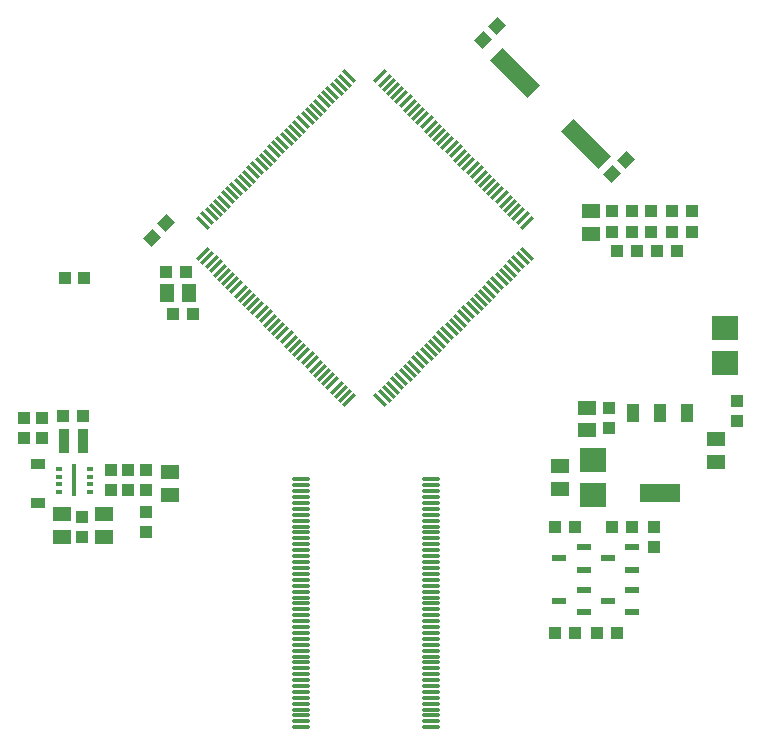
<source format=gbp>
%FSDAX23Y23*%
%MOIN*%
%SFA1B1*%

%IPPOS*%
%AMD18*
4,1,4,0.029200,0.001300,0.001300,0.029200,-0.029200,-0.001300,-0.001300,-0.029200,0.029200,0.001300,0.0*
%
%AMD44*
4,1,4,-0.083500,0.041800,0.041800,-0.083500,0.083500,-0.041800,-0.041800,0.083500,-0.083500,0.041800,0.0*
%
%AMD53*
4,1,4,0.023600,-0.013900,-0.013900,0.023600,-0.023600,0.013900,0.013900,-0.023600,0.023600,-0.013900,0.0*
%
%AMD54*
4,1,4,0.013900,0.023600,-0.023600,-0.013900,-0.013900,-0.023600,0.023600,0.013900,0.013900,0.023600,0.0*
%
%ADD10R,0.039400X0.043300*%
%ADD11R,0.043300X0.039400*%
G04~CAMADD=18~9~0.0~0.0~394.0~433.0~0.0~0.0~0~0.0~0.0~0.0~0.0~0~0.0~0.0~0.0~0.0~0~0.0~0.0~0.0~315.0~584.0~583.0*
%ADD18D18*%
%ADD23R,0.086600X0.078700*%
%ADD24R,0.051200X0.059100*%
%ADD25R,0.059100X0.051200*%
%ADD43O,0.063000X0.011800*%
G04~CAMADD=44~9~0.0~0.0~1772.0~591.0~0.0~0.0~0~0.0~0.0~0.0~0.0~0~0.0~0.0~0.0~0.0~0~0.0~0.0~0.0~135.0~1670.0~1669.0*
%ADD44D44*%
%ADD45R,0.135800X0.061000*%
%ADD46R,0.043300X0.061000*%
%ADD47R,0.043300X0.061000*%
%ADD48R,0.016500X0.107900*%
%ADD49R,0.019700X0.013800*%
%ADD50R,0.051200X0.023600*%
%ADD51R,0.048000X0.035800*%
%ADD52R,0.033500X0.078700*%
G04~CAMADD=53~9~0.0~0.0~531.0~138.0~0.0~0.0~0~0.0~0.0~0.0~0.0~0~0.0~0.0~0.0~0.0~0~0.0~0.0~0.0~315.0~472.0~471.0*
%ADD53D53*%
G04~CAMADD=54~9~0.0~0.0~531.0~138.0~0.0~0.0~0~0.0~0.0~0.0~0.0~0~0.0~0.0~0.0~0.0~0~0.0~0.0~0.0~45.0~472.0~471.0*
%ADD54D54*%
%LNde-020717-1*%
%LPD*%
G54D10*
X02510Y02128D03*
Y02061D03*
X04205Y02011D03*
Y02078D03*
X02105Y02376D03*
Y02443D03*
X02165Y02376D03*
Y02443D03*
X02395Y02268D03*
Y02202D03*
X04480Y02498D03*
Y02431D03*
X04055Y02476D03*
Y02409D03*
X02510Y02268D03*
Y02201D03*
X02452Y02268D03*
Y02201D03*
X02298Y02113D03*
Y02046D03*
X04265Y03131D03*
Y03064D03*
X04330Y03131D03*
Y03064D03*
X04195Y03131D03*
Y03064D03*
X04130Y03131D03*
Y03064D03*
X04065Y03131D03*
Y03064D03*
G54D11*
X04148Y03000D03*
X04081D03*
X02303Y02450D03*
X02236D03*
X02306Y02910D03*
X02240D03*
X04066Y02080D03*
X04133D03*
X03943D03*
X03876D03*
X04083Y01725D03*
X04016D03*
X03943D03*
X03876D03*
X04283Y03000D03*
X04216D03*
X02601Y02790D03*
X02668D03*
X02577Y02928D03*
X02644D03*
G54D18*
X02532Y03044D03*
X02579Y03091D03*
X04113Y03303D03*
X04066Y03256D03*
X03683Y03748D03*
X03636Y03701D03*
G54D23*
X04000Y02185D03*
Y02304D03*
X04440Y02625D03*
Y02744D03*
G54D24*
X02580Y02859D03*
X02655D03*
G54D25*
X02370Y02047D03*
Y02122D03*
X03890Y02207D03*
Y02282D03*
X04410Y02297D03*
Y02372D03*
X03983Y02401D03*
Y02476D03*
X02590Y02187D03*
Y02262D03*
X02230Y02122D03*
Y02047D03*
X03995Y03132D03*
Y03057D03*
G54D43*
X03462Y01923D03*
Y01864D03*
Y01884D03*
Y01903D03*
Y01943D03*
X03029Y02159D03*
Y02179D03*
Y02218D03*
Y02120D03*
Y02002D03*
Y02041D03*
Y02061D03*
Y02100D03*
Y01411D03*
Y01431D03*
Y01451D03*
Y01470D03*
Y01490D03*
Y01510D03*
Y01529D03*
Y01549D03*
Y01569D03*
Y01588D03*
Y01608D03*
Y01628D03*
Y01647D03*
Y01667D03*
Y01687D03*
Y01706D03*
Y01726D03*
Y01746D03*
Y01765D03*
Y01785D03*
Y01805D03*
Y01825D03*
Y01844D03*
Y01864D03*
Y01884D03*
Y01903D03*
Y01923D03*
Y01943D03*
Y01962D03*
Y01982D03*
Y02021D03*
Y02080D03*
Y02140D03*
Y02199D03*
Y02238D03*
X03462Y01411D03*
Y01431D03*
Y01451D03*
Y01470D03*
Y01490D03*
Y01510D03*
Y01529D03*
Y01549D03*
Y01569D03*
Y01588D03*
Y01608D03*
Y01628D03*
Y01647D03*
Y01667D03*
Y01687D03*
Y01706D03*
Y01726D03*
Y01746D03*
Y01765D03*
Y01785D03*
Y01805D03*
Y01825D03*
Y01844D03*
Y01962D03*
Y01982D03*
Y02002D03*
Y02021D03*
Y02041D03*
Y02061D03*
Y02080D03*
Y02100D03*
Y02120D03*
Y02140D03*
Y02159D03*
Y02179D03*
Y02199D03*
Y02218D03*
Y02238D03*
G54D44*
X03978Y03356D03*
X03741Y03593D03*
G54D45*
X04226Y02193D03*
G54D46*
X04316Y02458D03*
X04226D03*
G54D47*
X04135Y02458D03*
G54D48*
X02273Y02235D03*
G54D49*
X02221Y02273D03*
Y02247D03*
Y02222D03*
Y02196D03*
X02324D03*
Y02222D03*
Y02247D03*
Y02273D03*
G54D50*
X04050Y01975D03*
X04132Y01937D03*
Y02012D03*
X04050Y01832D03*
X04132Y01795D03*
Y01869D03*
X03887Y01832D03*
X03970Y01795D03*
Y01869D03*
X03888Y01975D03*
X03971Y01937D03*
Y02012D03*
G54D51*
X02150Y02160D03*
Y02289D03*
G54D52*
X02302Y02365D03*
X02237D03*
G54D53*
X03189Y03581D03*
X03175Y03567D03*
X03161Y03553D03*
X03147Y03539D03*
X03133Y03526D03*
X03119Y03512D03*
X03106Y03498D03*
X03092Y03484D03*
X03078Y03470D03*
X03064Y03456D03*
X03050Y03442D03*
X03036Y03428D03*
X03022Y03414D03*
X03008Y03400D03*
X02994Y03386D03*
X02980Y03372D03*
X02966Y03359D03*
X02952Y03345D03*
X02939Y03331D03*
X02925Y03317D03*
X02911Y03303D03*
X02897Y03289D03*
X02883Y03275D03*
X02869Y03261D03*
X02855Y03247D03*
X02841Y03233D03*
X02827Y03219D03*
X02813Y03205D03*
X02799Y03191D03*
X02785Y03178D03*
X02772Y03164D03*
X02758Y03150D03*
X02744Y03136D03*
X02730Y03122D03*
X02716Y03108D03*
X02702Y03094D03*
X03293Y02502D03*
X03307Y02516D03*
X03321Y02530D03*
X03335Y02544D03*
X03349Y02558D03*
X03363Y02572D03*
X03377Y02586D03*
X03391Y02600D03*
X03405Y02614D03*
X03419Y02628D03*
X03433Y02642D03*
X03447Y02656D03*
X03461Y02670D03*
X03474Y02683D03*
X03488Y02697D03*
X03502Y02711D03*
X03516Y02725D03*
X03530Y02739D03*
X03544Y02753D03*
X03558Y02767D03*
X03572Y02781D03*
X03586Y02795D03*
X03600Y02809D03*
X03614Y02823D03*
X03628Y02837D03*
X03669Y02878D03*
X03683Y02892D03*
X03697Y02906D03*
X03753Y02962D03*
X03767Y02976D03*
X03781Y02990D03*
X03711Y02920D03*
X03655Y02864D03*
X03641Y02850D03*
X03725Y02934D03*
X03739Y02948D03*
G54D54*
X02702Y02990D03*
X02716Y02976D03*
X02730Y02962D03*
X02744Y02948D03*
X02758Y02934D03*
X02772Y02920D03*
X02785Y02906D03*
X02799Y02892D03*
X02813Y02878D03*
X02827Y02864D03*
X02841Y02850D03*
X02883Y02809D03*
X02897Y02795D03*
X02911Y02781D03*
X02952Y02739D03*
X02966Y02725D03*
X02980Y02711D03*
X02994Y02697D03*
X03008Y02683D03*
X03022Y02670D03*
X03036Y02656D03*
X03050Y02642D03*
X03064Y02628D03*
X03078Y02614D03*
X03092Y02600D03*
X03106Y02586D03*
X03119Y02572D03*
X03133Y02558D03*
X03147Y02544D03*
X03161Y02530D03*
X03175Y02516D03*
X03189Y02502D03*
X03781Y03094D03*
X03767Y03108D03*
X03753Y03122D03*
X03739Y03136D03*
X03725Y03150D03*
X03711Y03164D03*
X03697Y03178D03*
X03683Y03191D03*
X03669Y03205D03*
X03655Y03219D03*
X03641Y03233D03*
X03628Y03247D03*
X03614Y03261D03*
X03600Y03275D03*
X03586Y03289D03*
X03572Y03303D03*
X03558Y03317D03*
X03544Y03331D03*
X03530Y03345D03*
X03516Y03359D03*
X03502Y03372D03*
X03488Y03386D03*
X03474Y03400D03*
X03461Y03414D03*
X03447Y03428D03*
X03433Y03442D03*
X03419Y03456D03*
X03405Y03470D03*
X03391Y03484D03*
X03377Y03498D03*
X03363Y03512D03*
X03349Y03526D03*
X03335Y03539D03*
X03321Y03553D03*
X03307Y03567D03*
X03293Y03581D03*
X02855Y02837D03*
X02925Y02767D03*
X02939Y02753D03*
X02869Y02823D03*
M02*
</source>
